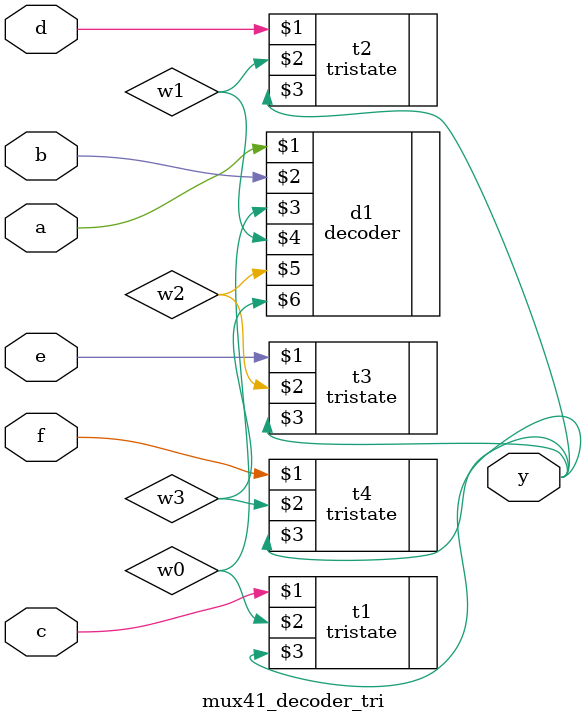
<source format=v>

module mux41_decoder_tri(input a,b,c,d,e,f, output wor y);
 wire w0,w1,w2,w3;
 decoder d1(a,b,w0,w1,w2,w3);
 tristate t1(c,w0,y);
 tristate t2(d,w1,y);
 tristate t3(e,w2,y);
 tristate t4(f,w3,y);
 endmodule


</source>
